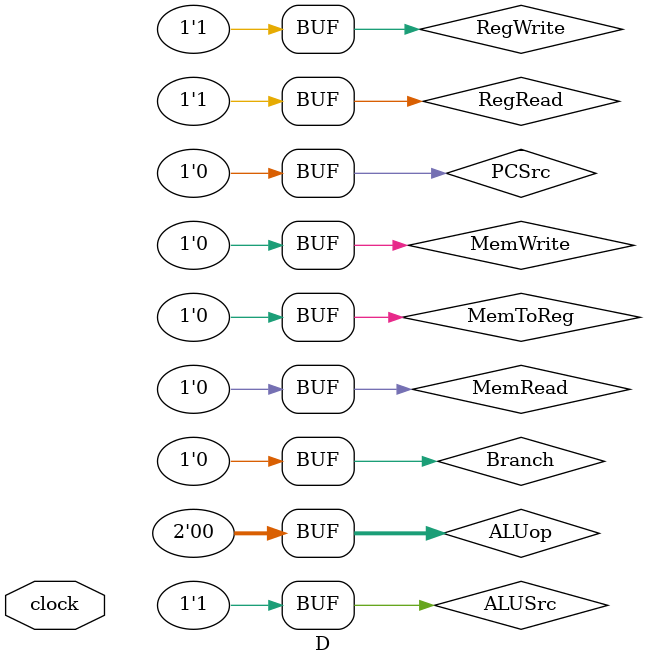
<source format=v>
/* uPowerISA Core Module is the centre of all operations that handles all the operations and instantiates
all the necessary modules
*/
`include "../Module 3 - Instruction Fetch/parse_instruction.v"
`include "../Module 1 - ALU/ALU64Bit.v"
`include "../Module 2 - ALU Control/uPowerALUControl.v"
`include "Instruction_read.v"
`include "Memory_read_write.v"
`include "Register_read_write.v"

module D(clock);

input clock; //Execution happens only at positive level-transition (edge sensitive)

//Program counter

reg [31:0] PC = 32'b0;

//Instruction
wire [31:0] instruction;

//Parse instruction
wire [5:0] po;
wire [4:0] rs,rt,rd,bo,bi;
wire [8:0] xoxo;
wire [9:0] xox;
wire rc,aa,lk,oe;
wire [13:0] bd;
wire [63:0] ds;
wire [15:0] si;
wire [23:0] li;
wire [1:0] xods;
wire [3:0] ALUInput;

//Signals

reg RegRead, RegWrite;
reg MemRead, MemWrite, MemToReg;
reg Branch, ALUSrc, PCSrc;
reg [1:0] ALUop;

//Register contents
wire [63:0] write_data, rs_content, rt_content, rd_content, memory_read_data;

		initial begin //addi
		    MemRead  = 1'b0;
			MemWrite = 1'b0;
			RegWrite = 1'b1;
			RegRead  = 1'b1;
			Branch   = 1'b0;
			ALUSrc   = 1'b1;
			PCSrc    = 1'b0;
			MemToReg = 1'b0;
			ALUop	 = 2'b00;

		end


//Modules are instantiated
read_instructions p1(instruction, PC);
parse_instruction p2(po, rs, rt, rd, bo, bi, aa, lk, rc, oe, xox, xoxo, si, bd, ds, xods, li, instruction, PC);
//control_unit p3(RegRead, RegWrite, MemRead, MemWrite, Branch, MemToReg, ALUSrc, PCSrc, ALUop, po);
ALU_Control p4(ALUInput, ALUop, xox,xoxo,xods);
ALU64bit p5(write_data, flag, ALUSrc, ALUInput, rs_content, rt_content, ds);
read_write_memory p6(memory_read_data, write_data, rd_content, rd, po, MemWrite, MemRead);
read_write_registers p7(rs_content, rt_content, rd_content, memory_read_data, write_data, rs, rt, rd, bo, bi, po, RegRead, RegWrite, MemToReg, clock);

// Updating the PC value

always @(posedge clock) 
 begin
     
     if(flag == 1 & Branch == 1 & aa == 0 & po == 6'd19)           //Branch Conditional
       PC = PC + 1 + $signed(bd);

     else if(flag == 1 & Branch == 1 & aa == 1 & po == 6'd19) begin //Branch Absolute
       PC = $signed(bd);
	   end

     else if(Branch == 1 & aa == 1 & po == 6'd18)
       PC = $signed(li);

     else if(Branch == 1 & aa == 0 & po == 6'd18)
       PC = PC + 1 + $signed(li);
     else 
       PC = PC + 1;
 end


endmodule
</source>
